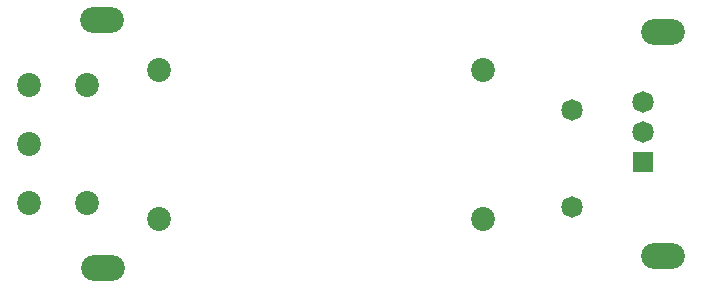
<source format=gts>
G04*
G04 #@! TF.GenerationSoftware,Altium Limited,Altium Designer,22.10.1 (41)*
G04*
G04 Layer_Color=8388736*
%FSLAX44Y44*%
%MOMM*%
G71*
G04*
G04 #@! TF.SameCoordinates,2E0DDC9F-B89A-4235-B925-374E8A91578C*
G04*
G04*
G04 #@! TF.FilePolarity,Negative*
G04*
G01*
G75*
%ADD12O,3.7032X2.2032*%
%ADD13R,1.8200X1.8200*%
%ADD14C,1.8200*%
%ADD15C,2.0200*%
D12*
X195300Y20000D02*
D03*
X195000Y230000D02*
D03*
X670000Y220000D02*
D03*
Y30000D02*
D03*
D13*
X652600Y109700D02*
D03*
D14*
Y135100D02*
D03*
Y160500D02*
D03*
X592400Y153700D02*
D03*
Y71700D02*
D03*
D15*
X242500Y188000D02*
D03*
X517500D02*
D03*
X182000Y75100D02*
D03*
Y175100D02*
D03*
X132500D02*
D03*
Y75100D02*
D03*
Y125100D02*
D03*
X242500Y62000D02*
D03*
X517500D02*
D03*
M02*

</source>
